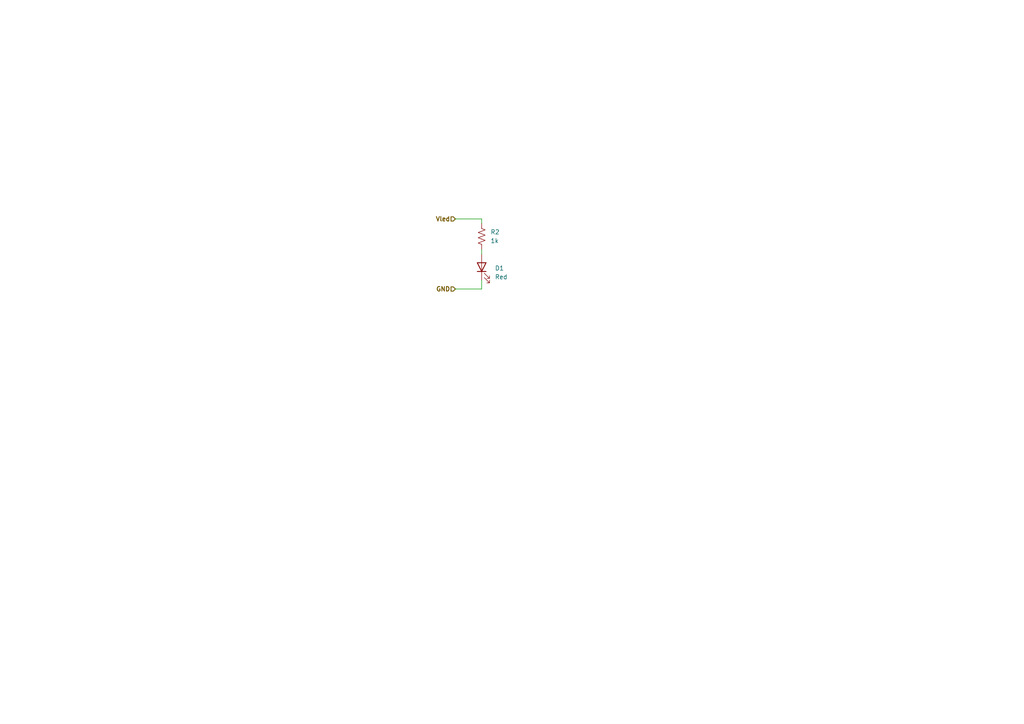
<source format=kicad_sch>
(kicad_sch (version 20230121) (generator eeschema)
  (paper "A4")
  (lib_symbols
    (symbol "Device:LED" (pin_numbers hide) (pin_names (offset 1.016) hide)
      (property "Reference" "D" (at 0 2.54 0))
      (property "Value" "LED" (at 0 -2.54 0))
      (symbol "LED_0_1"
        (polyline (pts (xy -1.27 -1.27) (xy -1.27 1.27)) (stroke (width 0.254)))
        (polyline (pts (xy -1.27 0) (xy 1.27 0)))
        (polyline (pts (xy 1.27 -1.27) (xy 1.27 1.27) (xy -1.27 0) (xy 1.27 -1.27)) (stroke (width 0.254)))
        (polyline (pts (xy -3.048 -0.762) (xy -4.572 -2.286) (xy -3.81 -2.286) (xy -4.572 -2.286) (xy -4.572 -1.524)))
        (polyline (pts (xy -1.778 -0.762) (xy -3.302 -2.286) (xy -2.54 -2.286) (xy -3.302 -2.286) (xy -3.302 -1.524)))
      )
      (symbol "LED_1_1"
        (pin passive line (at -3.81 0 0) (length 2.54) (name "K") (number "1"))
        (pin passive line (at 3.81 0 180) (length 2.54) (name "A") (number "2"))
      )
    )
    (symbol "Device:R_US" (pin_numbers hide) (pin_names (offset 0))
      (property "Reference" "R" (at 2.54 0 90))
      (property "Value" "R_US" (at -2.54 0 90))
      (symbol "R_US_0_1"
        (polyline (pts (xy 0 -2.286) (xy 0 -2.54)))
        (polyline (pts (xy 0 2.286) (xy 0 2.54)))
        (polyline (pts (xy 0 -0.762) (xy 1.016 -1.143) (xy 0 -1.524) (xy -1.016 -1.905) (xy 0 -2.286)))
        (polyline (pts (xy 0 0.762) (xy 1.016 0.381) (xy 0 0) (xy -1.016 -0.381) (xy 0 -0.762)))
        (polyline (pts (xy 0 2.286) (xy 1.016 1.905) (xy 0 1.524) (xy -1.016 1.143) (xy 0 0.762)))
      )
      (symbol "R_US_1_1"
        (pin passive line (at 0 3.81 270) (length 1.27) (name "~") (number "1"))
        (pin passive line (at 0 -3.81 90) (length 1.27) (name "~") (number "2"))
      )
    )
  )
  (wire (pts (xy 132.08 63.5) (xy 139.7 63.5)))
  (wire (pts (xy 139.7 81.28) (xy 139.7 83.82)))
  (wire (pts (xy 139.7 63.5) (xy 139.7 64.77)))
  (wire (pts (xy 139.7 72.39) (xy 139.7 73.66)))
  (wire (pts (xy 139.7 83.82) (xy 132.08 83.82)))
  (hierarchical_label "Vled" (shape input) (at 132.08 63.5 180) (effects (font bold)))
  (hierarchical_label "GND" (shape input) (at 132.08 83.82 180) (effects (font bold)))
  (symbol (lib_id "Device:R_US") (at 139.7 68.58 0) (unit 1)
    (property "Reference" "R2" (at 142.24 67.31 0) (effects (justify left)))
    (property "Value" "1k" (at 142.24 69.85 0) (effects (justify left)))
    (property "Footprint" "Resistor_THT:R_Axial_DIN0207_L6.3mm_D2.5mm_P7.62mm_Horizontal" (effects hide))
  )
  (symbol (lib_id "Device:LED") (at 139.7 77.47 90) (unit 1)
    (property "Reference" "D1" (at 143.51 77.7875 90) (effects (justify right)))
    (property "Value" "Red" (at 143.51 80.3275 90) (effects (justify right)))
    (property "Footprint" "LED_THT:LED_D5.0mm" (effects hide))
  )
)
</source>
